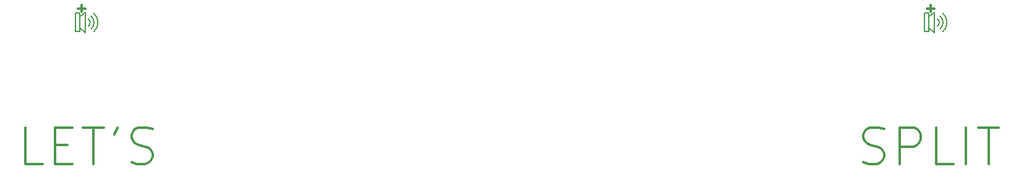
<source format=gto>
G04 #@! TF.GenerationSoftware,KiCad,Pcbnew,5.0-dev-unknown-9241a39~61~ubuntu17.10.1*
G04 #@! TF.CreationDate,2018-07-19T12:56:27+02:00*
G04 #@! TF.ProjectId,vitamins_included,766974616D696E735F696E636C756465,rev?*
G04 #@! TF.SameCoordinates,Original*
G04 #@! TF.FileFunction,Legend,Top*
G04 #@! TF.FilePolarity,Positive*
%FSLAX46Y46*%
G04 Gerber Fmt 4.6, Leading zero omitted, Abs format (unit mm)*
G04 Created by KiCad (PCBNEW 5.0-dev-unknown-9241a39~61~ubuntu17.10.1) date Thu Jul 19 12:56:27 2018*
%MOMM*%
%LPD*%
G01*
G04 APERTURE LIST*
%ADD10C,0.200000*%
%ADD11C,0.300000*%
G04 APERTURE END LIST*
D10*
X174070464Y-30986799D02*
G75*
G03X174061000Y-29217000I-771464J880799D01*
G01*
X172537000Y-30106000D02*
X172537000Y-31376000D01*
X174442567Y-31375489D02*
G75*
G03X174442000Y-28836000I-1143567J1269489D01*
G01*
X171902000Y-31376000D02*
X171902000Y-30106000D01*
X172537000Y-30106000D02*
X172537000Y-28836000D01*
X172537000Y-28836000D02*
X171902000Y-28836000D01*
X171902000Y-28836000D02*
X171902000Y-30106000D01*
X172537000Y-30852128D02*
X173299000Y-31487128D01*
X173679646Y-30614264D02*
G75*
G03X173680000Y-29598001I-380646J508264D01*
G01*
X172537000Y-31376000D02*
X171902000Y-31376000D01*
X173299000Y-28709000D02*
X173299000Y-30106000D01*
X173299000Y-31487128D02*
X173299000Y-30106000D01*
X172537000Y-29344000D02*
X173299000Y-28709000D01*
D11*
X163548142Y-49274809D02*
X164262428Y-49512904D01*
X165452904Y-49512904D01*
X165929095Y-49274809D01*
X166167190Y-49036714D01*
X166405285Y-48560523D01*
X166405285Y-48084333D01*
X166167190Y-47608142D01*
X165929095Y-47370047D01*
X165452904Y-47131952D01*
X164500523Y-46893857D01*
X164024333Y-46655761D01*
X163786238Y-46417666D01*
X163548142Y-45941476D01*
X163548142Y-45465285D01*
X163786238Y-44989095D01*
X164024333Y-44751000D01*
X164500523Y-44512904D01*
X165691000Y-44512904D01*
X166405285Y-44751000D01*
X168548142Y-49512904D02*
X168548142Y-44512904D01*
X170452904Y-44512904D01*
X170929095Y-44751000D01*
X171167190Y-44989095D01*
X171405285Y-45465285D01*
X171405285Y-46179571D01*
X171167190Y-46655761D01*
X170929095Y-46893857D01*
X170452904Y-47131952D01*
X168548142Y-47131952D01*
X175929095Y-49512904D02*
X173548142Y-49512904D01*
X173548142Y-44512904D01*
X177595761Y-49512904D02*
X177595761Y-44512904D01*
X179262428Y-44512904D02*
X182119571Y-44512904D01*
X180691000Y-49512904D02*
X180691000Y-44512904D01*
X172295761Y-28171642D02*
X173286238Y-28171642D01*
X172791000Y-27676404D02*
X172791000Y-28666880D01*
D10*
X56287000Y-30852128D02*
X57049000Y-31487128D01*
X58192567Y-31375489D02*
G75*
G03X58192000Y-28836000I-1143567J1269489D01*
G01*
X56287000Y-29344000D02*
X57049000Y-28709000D01*
X57820464Y-30986799D02*
G75*
G03X57811000Y-29217000I-771464J880799D01*
G01*
X56287000Y-30106000D02*
X56287000Y-28836000D01*
X57049000Y-31487128D02*
X57049000Y-30106000D01*
X56287000Y-30106000D02*
X56287000Y-31376000D01*
X57049000Y-28709000D02*
X57049000Y-30106000D01*
X56287000Y-28836000D02*
X55652000Y-28836000D01*
X55652000Y-31376000D02*
X55652000Y-30106000D01*
X55652000Y-28836000D02*
X55652000Y-30106000D01*
X56287000Y-31376000D02*
X55652000Y-31376000D01*
X57429646Y-30614264D02*
G75*
G03X57430000Y-29598001I-380646J508264D01*
G01*
D11*
X56045761Y-28171642D02*
X57036238Y-28171642D01*
X56541000Y-27676404D02*
X56541000Y-28666880D01*
X51216523Y-49512904D02*
X48835571Y-49512904D01*
X48835571Y-44512904D01*
X52883190Y-46893857D02*
X54549857Y-46893857D01*
X55264142Y-49512904D02*
X52883190Y-49512904D01*
X52883190Y-44512904D01*
X55264142Y-44512904D01*
X56692714Y-44512904D02*
X59549857Y-44512904D01*
X58121285Y-49512904D02*
X58121285Y-44512904D01*
X61454619Y-44512904D02*
X60978428Y-45465285D01*
X63359380Y-49274809D02*
X64073666Y-49512904D01*
X65264142Y-49512904D01*
X65740333Y-49274809D01*
X65978428Y-49036714D01*
X66216523Y-48560523D01*
X66216523Y-48084333D01*
X65978428Y-47608142D01*
X65740333Y-47370047D01*
X65264142Y-47131952D01*
X64311761Y-46893857D01*
X63835571Y-46655761D01*
X63597476Y-46417666D01*
X63359380Y-45941476D01*
X63359380Y-45465285D01*
X63597476Y-44989095D01*
X63835571Y-44751000D01*
X64311761Y-44512904D01*
X65502238Y-44512904D01*
X66216523Y-44751000D01*
M02*

</source>
